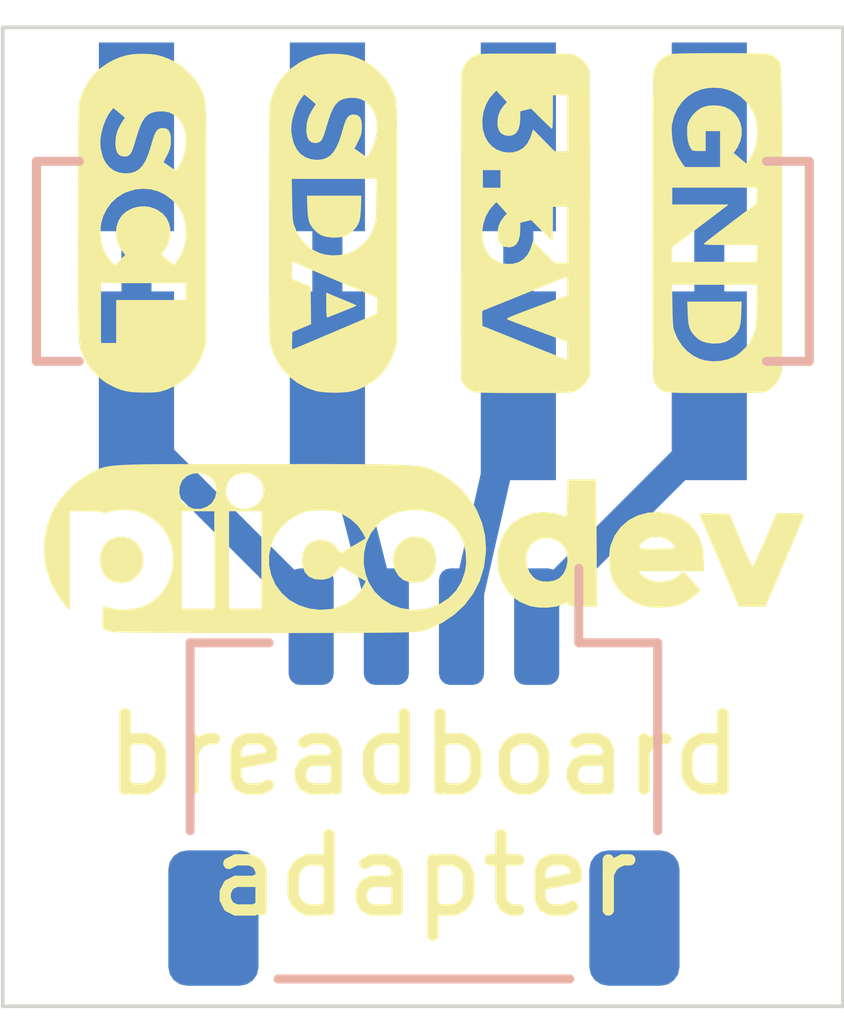
<source format=kicad_pcb>
(kicad_pcb (version 20171130) (host pcbnew "(5.1.8-44-gfd79c7ae46)-1")

  (general
    (thickness 1.6)
    (drawings 5)
    (tracks 15)
    (zones 0)
    (modules 7)
    (nets 5)
  )

  (page A4)
  (layers
    (0 F.Cu signal)
    (31 B.Cu signal)
    (32 B.Adhes user)
    (33 F.Adhes user)
    (34 B.Paste user)
    (35 F.Paste user)
    (36 B.SilkS user)
    (37 F.SilkS user)
    (38 B.Mask user)
    (39 F.Mask user)
    (40 Dwgs.User user)
    (41 Cmts.User user)
    (42 Eco1.User user)
    (43 Eco2.User user)
    (44 Edge.Cuts user)
    (45 Margin user)
    (46 B.CrtYd user)
    (47 F.CrtYd user)
    (48 B.Fab user hide)
    (49 F.Fab user hide)
  )

  (setup
    (last_trace_width 0.25)
    (user_trace_width 0.4)
    (trace_clearance 0.2)
    (zone_clearance 0.508)
    (zone_45_only no)
    (trace_min 0.2)
    (via_size 0.8)
    (via_drill 0.4)
    (via_min_size 0.4)
    (via_min_drill 0.3)
    (uvia_size 0.3)
    (uvia_drill 0.1)
    (uvias_allowed no)
    (uvia_min_size 0.2)
    (uvia_min_drill 0.1)
    (edge_width 0.05)
    (segment_width 0.2)
    (pcb_text_width 0.3)
    (pcb_text_size 1.5 1.5)
    (mod_edge_width 0.12)
    (mod_text_size 1 1)
    (mod_text_width 0.15)
    (pad_size 1.524 1.524)
    (pad_drill 0.762)
    (pad_to_mask_clearance 0)
    (aux_axis_origin 121.158 78.74)
    (grid_origin 121.158 78.74)
    (visible_elements 7FFFFFFF)
    (pcbplotparams
      (layerselection 0x010fc_ffffffff)
      (usegerberextensions false)
      (usegerberattributes false)
      (usegerberadvancedattributes false)
      (creategerberjobfile true)
      (excludeedgelayer true)
      (linewidth 0.100000)
      (plotframeref false)
      (viasonmask false)
      (mode 1)
      (useauxorigin true)
      (hpglpennumber 1)
      (hpglpenspeed 20)
      (hpglpendiameter 15.000000)
      (psnegative false)
      (psa4output false)
      (plotreference false)
      (plotvalue false)
      (plotinvisibletext false)
      (padsonsilk false)
      (subtractmaskfromsilk false)
      (outputformat 1)
      (mirror false)
      (drillshape 0)
      (scaleselection 1)
      (outputdirectory "../Production/"))
  )

  (net 0 "")
  (net 1 /GND)
  (net 2 /3V3)
  (net 3 /SDA)
  (net 4 /SCL)

  (net_class Default "This is the default net class."
    (clearance 0.2)
    (trace_width 0.25)
    (via_dia 0.8)
    (via_drill 0.4)
    (uvia_dia 0.3)
    (uvia_drill 0.1)
    (add_net /3V3)
    (add_net /GND)
    (add_net /SCL)
    (add_net /SDA)
  )

  (module CoreElectronics_Artwork:piicodev_logo_v2_10.2x2.3mm (layer F.Cu) (tedit 0) (tstamp 6023EEA5)
    (at 126.770646 72.644)
    (fp_text reference G*** (at 0 0) (layer F.SilkS) hide
      (effects (font (size 1.524 1.524) (thickness 0.3)))
    )
    (fp_text value LOGO (at 0.75 0) (layer F.SilkS) hide
      (effects (font (size 1.524 1.524) (thickness 0.3)))
    )
    (fp_poly (pts (xy -2.577499 -1.109211) (xy -2.286307 -1.109146) (xy -2.1336 -1.109134) (xy -1.825586 -1.10917)
      (xy -1.54949 -1.109212) (xy -1.303362 -1.109156) (xy -1.085253 -1.1089) (xy -0.893215 -1.108341)
      (xy -0.725298 -1.107378) (xy -0.579554 -1.105907) (xy -0.454034 -1.103827) (xy -0.346788 -1.101034)
      (xy -0.255867 -1.097426) (xy -0.179323 -1.092901) (xy -0.115207 -1.087356) (xy -0.061569 -1.08069)
      (xy -0.01646 -1.072798) (xy 0.022067 -1.06358) (xy 0.055964 -1.052932) (xy 0.087177 -1.040752)
      (xy 0.117658 -1.026938) (xy 0.149353 -1.011387) (xy 0.184213 -0.993997) (xy 0.199522 -0.986482)
      (xy 0.32778 -0.908972) (xy 0.452083 -0.806061) (xy 0.564274 -0.685955) (xy 0.656192 -0.556857)
      (xy 0.692211 -0.491067) (xy 0.7594 -0.327786) (xy 0.797874 -0.166981) (xy 0.809939 0.002459)
      (xy 0.808261 0.067733) (xy 0.782901 0.260015) (xy 0.726966 0.43993) (xy 0.642183 0.605283)
      (xy 0.53028 0.75388) (xy 0.392984 0.883525) (xy 0.232023 0.992024) (xy 0.049125 1.077181)
      (xy 0 1.094625) (xy -0.015509 1.099364) (xy -0.033377 1.103604) (xy -0.055494 1.107375)
      (xy -0.083752 1.110707) (xy -0.120041 1.113633) (xy -0.166252 1.116182) (xy -0.224275 1.118386)
      (xy -0.296001 1.120276) (xy -0.38332 1.121882) (xy -0.488124 1.123235) (xy -0.612303 1.124367)
      (xy -0.757748 1.125307) (xy -0.926348 1.126088) (xy -1.119996 1.12674) (xy -1.340581 1.127293)
      (xy -1.589994 1.12778) (xy -1.870127 1.12823) (xy -2.074334 1.128524) (xy -2.332053 1.128758)
      (xy -2.581291 1.128739) (xy -2.819842 1.128478) (xy -3.045503 1.12799) (xy -3.256067 1.127287)
      (xy -3.449332 1.126382) (xy -3.623091 1.125288) (xy -3.77514 1.124018) (xy -3.903275 1.122584)
      (xy -4.00529 1.121001) (xy -4.078982 1.11928) (xy -4.122145 1.117435) (xy -4.131734 1.116443)
      (xy -4.203057 1.102805) (xy -4.247903 1.090711) (xy -4.272355 1.072758) (xy -4.282501 1.041539)
      (xy -4.284425 0.989652) (xy -4.284134 0.93101) (xy -4.283094 0.863973) (xy -4.280308 0.812024)
      (xy -4.276279 0.782728) (xy -4.27404 0.778933) (xy -4.253529 0.783314) (xy -4.210864 0.794651)
      (xy -4.169048 0.80652) (xy -4.05822 0.825007) (xy -3.933725 0.822988) (xy -3.808225 0.801256)
      (xy -3.738853 0.779517) (xy -3.622646 0.718335) (xy -3.521758 0.630112) (xy -3.43985 0.519605)
      (xy -3.380586 0.39157) (xy -3.351359 0.276259) (xy -3.341748 0.12503) (xy -3.362228 -0.01829)
      (xy -3.410488 -0.150085) (xy -3.484214 -0.266733) (xy -3.581091 -0.364617) (xy -3.698807 -0.440118)
      (xy -3.835049 -0.489618) (xy -3.841129 -0.491067) (xy -3.234267 -0.491067) (xy -3.234267 0.812799)
      (xy -2.794 0.812799) (xy -2.794 -0.491067) (xy -2.607734 -0.491067) (xy -2.607734 0.812799)
      (xy -2.167467 0.812799) (xy -2.167467 0.09882) (xy -2.074557 0.09882) (xy -2.074019 0.233476)
      (xy -2.044941 0.367018) (xy -1.986435 0.495289) (xy -1.904562 0.606511) (xy -1.800389 0.698007)
      (xy -1.676102 0.766753) (xy -1.538203 0.810937) (xy -1.393194 0.828752) (xy -1.247577 0.818385)
      (xy -1.18933 0.805602) (xy -1.055806 0.753957) (xy -0.942756 0.676351) (xy -0.852441 0.57457)
      (xy -0.812979 0.508349) (xy -0.779083 0.441907) (xy -0.951787 0.340672) (xy -1.124492 0.239438)
      (xy -1.15266 0.284819) (xy -1.206161 0.35484) (xy -1.26611 0.396854) (xy -1.341715 0.416604)
      (xy -1.367599 0.418969) (xy -1.463417 0.412144) (xy -1.538501 0.378798) (xy -1.591767 0.319995)
      (xy -1.622131 0.236799) (xy -1.624111 0.215964) (xy -0.815071 0.215964) (xy -0.788709 0.357356)
      (xy -0.746762 0.46479) (xy -0.669503 0.585178) (xy -0.569343 0.683427) (xy -0.450408 0.757803)
      (xy -0.316824 0.806573) (xy -0.172719 0.828002) (xy -0.022218 0.820359) (xy 0.059942 0.803616)
      (xy 0.201326 0.750739) (xy 0.322551 0.672067) (xy 0.421155 0.57059) (xy 0.494677 0.449295)
      (xy 0.540654 0.311171) (xy 0.555373 0.202096) (xy 0.548756 0.049825) (xy 0.512416 -0.089752)
      (xy 0.449007 -0.213878) (xy 0.361182 -0.319794) (xy 0.251594 -0.404744) (xy 0.122897 -0.465968)
      (xy -0.022255 -0.50071) (xy -0.127676 -0.5078) (xy -0.285298 -0.492788) (xy -0.428931 -0.447536)
      (xy -0.556988 -0.372687) (xy -0.638117 -0.301379) (xy -0.7231 -0.190675) (xy -0.781459 -0.063751)
      (xy -0.812385 0.073696) (xy -0.815071 0.215964) (xy -1.624111 0.215964) (xy -1.629204 0.162393)
      (xy -1.616935 0.063831) (xy -1.579514 -0.013712) (xy -1.518946 -0.068084) (xy -1.437234 -0.097133)
      (xy -1.38346 -0.101537) (xy -1.291966 -0.089864) (xy -1.221281 -0.05324) (xy -1.168654 0.008056)
      (xy -1.14273 0.045246) (xy -1.122489 0.066102) (xy -1.118375 0.067733) (xy -1.099177 0.059623)
      (xy -1.057401 0.03764) (xy -0.999525 0.005298) (xy -0.942765 -0.027561) (xy -0.780553 -0.122855)
      (xy -0.820761 -0.202202) (xy -0.885539 -0.296509) (xy -0.976759 -0.381111) (xy -1.087137 -0.449384)
      (xy -1.098635 -0.454912) (xy -1.14545 -0.475163) (xy -1.188429 -0.488216) (xy -1.237253 -0.495605)
      (xy -1.301599 -0.498863) (xy -1.380067 -0.499534) (xy -1.464601 -0.498851) (xy -1.525375 -0.495593)
      (xy -1.572489 -0.487944) (xy -1.616041 -0.47409) (xy -1.666129 -0.452216) (xy -1.680182 -0.445602)
      (xy -1.809043 -0.367761) (xy -1.913797 -0.27024) (xy -1.993559 -0.157197) (xy -2.047442 -0.032791)
      (xy -2.074557 0.09882) (xy -2.167467 0.09882) (xy -2.167467 -0.491067) (xy -2.607734 -0.491067)
      (xy -2.794 -0.491067) (xy -3.234267 -0.491067) (xy -3.841129 -0.491067) (xy -3.842027 -0.491281)
      (xy -3.9184 -0.502168) (xy -4.007741 -0.504605) (xy -4.097883 -0.499216) (xy -4.17666 -0.486626)
      (xy -4.223522 -0.471698) (xy -4.259865 -0.45852) (xy -4.276795 -0.463568) (xy -4.279967 -0.4701)
      (xy -4.294088 -0.479508) (xy -4.331368 -0.485925) (xy -4.395189 -0.489666) (xy -4.48893 -0.491045)
      (xy -4.505678 -0.491067) (xy -4.7244 -0.491067) (xy -4.7244 0.818048) (xy -4.759611 0.786183)
      (xy -4.785268 0.757462) (xy -4.822358 0.709269) (xy -4.864025 0.650636) (xy -4.876026 0.632907)
      (xy -4.967876 0.466024) (xy -5.028916 0.288403) (xy -5.058931 0.103833) (xy -5.057702 -0.083895)
      (xy -5.025013 -0.27099) (xy -4.960647 -0.453663) (xy -4.940709 -0.495925) (xy -4.866113 -0.618765)
      (xy -4.773565 -0.732473) (xy -3.268926 -0.732473) (xy -3.250554 -0.655307) (xy -3.222407 -0.608655)
      (xy -3.149724 -0.54562) (xy -3.066412 -0.513872) (xy -2.976668 -0.514249) (xy -2.8935 -0.542939)
      (xy -2.828506 -0.593665) (xy -2.785343 -0.663431) (xy -2.766249 -0.743651) (xy -2.769409 -0.779634)
      (xy -2.646757 -0.779634) (xy -2.641635 -0.700181) (xy -2.60988 -0.626228) (xy -2.578371 -0.588598)
      (xy -2.500622 -0.532872) (xy -2.418169 -0.510561) (xy -2.329769 -0.521475) (xy -2.275431 -0.542885)
      (xy -2.206718 -0.593179) (xy -2.160728 -0.661968) (xy -2.139724 -0.741304) (xy -2.145971 -0.82324)
      (xy -2.17608 -0.8916) (xy -2.233142 -0.949704) (xy -2.309002 -0.986092) (xy -2.394857 -0.998672)
      (xy -2.481902 -0.985352) (xy -2.515283 -0.972208) (xy -2.582285 -0.923527) (xy -2.626541 -0.856709)
      (xy -2.646757 -0.779634) (xy -2.769409 -0.779634) (xy -2.77346 -0.82574) (xy -2.802613 -0.8916)
      (xy -2.859252 -0.950008) (xy -2.932266 -0.985571) (xy -3.013597 -0.99833) (xy -3.095183 -0.988324)
      (xy -3.168964 -0.955595) (xy -3.226879 -0.900182) (xy -3.234 -0.889432) (xy -3.263569 -0.814403)
      (xy -3.268926 -0.732473) (xy -4.773565 -0.732473) (xy -4.768168 -0.739103) (xy -4.655136 -0.848631)
      (xy -4.53528 -0.939044) (xy -4.453467 -0.985676) (xy -4.416591 -1.004014) (xy -4.383912 -1.020447)
      (xy -4.353476 -1.035081) (xy -4.32333 -1.048017) (xy -4.29152 -1.059362) (xy -4.256093 -1.069218)
      (xy -4.215095 -1.07769) (xy -4.166572 -1.084882) (xy -4.108572 -1.090896) (xy -4.03914 -1.095839)
      (xy -3.956323 -1.099813) (xy -3.858167 -1.102922) (xy -3.742719 -1.10527) (xy -3.608026 -1.106962)
      (xy -3.452133 -1.108102) (xy -3.273088 -1.108792) (xy -3.068936 -1.109138) (xy -2.837724 -1.109243)
      (xy -2.577499 -1.109211)) (layer F.SilkS) (width 0.01))
    (fp_poly (pts (xy 2.281924 -0.0635) (xy 2.286316 0.778933) (xy 2.099891 0.778933) (xy 2.01826 0.778517)
      (xy 1.964657 0.776583) (xy 1.933245 0.772099) (xy 1.918188 0.764036) (xy 1.91365 0.751363)
      (xy 1.913466 0.746018) (xy 1.911808 0.727575) (xy 1.901649 0.722352) (xy 1.875206 0.73064)
      (xy 1.833033 0.749006) (xy 1.73894 0.777672) (xy 1.627508 0.791025) (xy 1.511814 0.78864)
      (xy 1.404935 0.770096) (xy 1.383073 0.763533) (xy 1.264054 0.712906) (xy 1.168371 0.644917)
      (xy 1.090303 0.554299) (xy 1.024124 0.435785) (xy 1.022098 0.431385) (xy 0.981652 0.3068)
      (xy 0.967628 0.174014) (xy 0.969359 0.152824) (xy 1.344915 0.152824) (xy 1.35639 0.244202)
      (xy 1.390082 0.327777) (xy 1.44429 0.395739) (xy 1.493827 0.42999) (xy 1.563004 0.450373)
      (xy 1.64513 0.453156) (xy 1.725678 0.439315) (xy 1.789719 0.410112) (xy 1.848064 0.349143)
      (xy 1.886576 0.268821) (xy 1.903778 0.178252) (xy 1.898194 0.086542) (xy 1.868349 0.002797)
      (xy 1.858409 -0.013611) (xy 1.797559 -0.078142) (xy 1.721135 -0.118742) (xy 1.636547 -0.135276)
      (xy 1.551204 -0.127608) (xy 1.472514 -0.095602) (xy 1.407888 -0.039122) (xy 1.395416 -0.022095)
      (xy 1.357357 0.061455) (xy 1.344915 0.152824) (xy 0.969359 0.152824) (xy 0.978598 0.039748)
      (xy 1.013134 -0.089275) (xy 1.069809 -0.206331) (xy 1.147194 -0.304698) (xy 1.185719 -0.338973)
      (xy 1.304625 -0.412173) (xy 1.437588 -0.456821) (xy 1.579645 -0.472387) (xy 1.725831 -0.458341)
      (xy 1.871186 -0.414153) (xy 1.874906 -0.412599) (xy 1.883499 -0.417563) (xy 1.890008 -0.443008)
      (xy 1.8948 -0.492439) (xy 1.898242 -0.569363) (xy 1.900306 -0.654909) (xy 1.904999 -0.905934)
      (xy 2.277533 -0.905934) (xy 2.281924 -0.0635)) (layer F.SilkS) (width 0.01))
    (fp_poly (pts (xy 3.129888 -0.470715) (xy 3.276822 -0.447183) (xy 3.406064 -0.395485) (xy 3.515997 -0.316682)
      (xy 3.605008 -0.211838) (xy 3.652392 -0.127001) (xy 3.676371 -0.069703) (xy 3.691617 -0.015012)
      (xy 3.700512 0.049008) (xy 3.70544 0.134289) (xy 3.705638 0.1397) (xy 3.711573 0.3048)
      (xy 2.844019 0.3048) (xy 2.871212 0.346301) (xy 2.92566 0.400501) (xy 3.00083 0.436504)
      (xy 3.088775 0.454142) (xy 3.181547 0.453246) (xy 3.2712 0.433647) (xy 3.349784 0.395176)
      (xy 3.393524 0.357401) (xy 3.420998 0.331421) (xy 3.438347 0.321733) (xy 3.454302 0.333618)
      (xy 3.486855 0.365548) (xy 3.530471 0.411935) (xy 3.55804 0.442568) (xy 3.665169 0.563403)
      (xy 3.584682 0.636273) (xy 3.522454 0.683837) (xy 3.44987 0.727047) (xy 3.407331 0.746602)
      (xy 3.310468 0.773176) (xy 3.195283 0.788178) (xy 3.07551 0.790967) (xy 2.964881 0.780902)
      (xy 2.912943 0.769665) (xy 2.783227 0.717683) (xy 2.667629 0.640258) (xy 2.572151 0.542396)
      (xy 2.502793 0.429107) (xy 2.50153 0.426308) (xy 2.475989 0.343999) (xy 2.460882 0.241961)
      (xy 2.456852 0.132885) (xy 2.464542 0.02946) (xy 2.470192 0.002283) (xy 2.844799 0.002283)
      (xy 2.860739 0.007463) (xy 2.90459 0.011838) (xy 2.970399 0.015054) (xy 3.052213 0.016755)
      (xy 3.090333 0.016933) (xy 3.177142 0.015982) (xy 3.250473 0.013365) (xy 3.304373 0.009439)
      (xy 3.33289 0.004558) (xy 3.335866 0.002283) (xy 3.322752 -0.028875) (xy 3.289599 -0.067517)
      (xy 3.245696 -0.104189) (xy 3.211001 -0.124853) (xy 3.125358 -0.1493) (xy 3.037021 -0.146805)
      (xy 2.955259 -0.119221) (xy 2.889338 -0.068397) (xy 2.881509 -0.059036) (xy 2.85682 -0.023816)
      (xy 2.844979 0.000608) (xy 2.844799 0.002283) (xy 2.470192 0.002283) (xy 2.478123 -0.035864)
      (xy 2.532434 -0.165758) (xy 2.612257 -0.275645) (xy 2.714301 -0.363328) (xy 2.835276 -0.426611)
      (xy 2.971888 -0.463298) (xy 3.120847 -0.471192) (xy 3.129888 -0.470715)) (layer F.SilkS) (width 0.01))
    (fp_poly (pts (xy 4.93808 -0.455934) (xy 4.99768 -0.453042) (xy 5.035962 -0.44872) (xy 5.046583 -0.4445)
      (xy 5.040248 -0.426613) (xy 5.021993 -0.381037) (xy 4.993252 -0.311206) (xy 4.955459 -0.220556)
      (xy 4.910046 -0.11252) (xy 4.858447 0.009467) (xy 4.802095 0.141971) (xy 4.788616 0.173566)
      (xy 4.530199 0.778933) (xy 4.180805 0.778933) (xy 4.157635 0.723899) (xy 4.145675 0.695777)
      (xy 4.122059 0.640491) (xy 4.088483 0.562003) (xy 4.046641 0.464272) (xy 3.99823 0.351258)
      (xy 3.944944 0.226924) (xy 3.896032 0.11284) (xy 3.841049 -0.015584) (xy 3.790541 -0.13395)
      (xy 3.746007 -0.238711) (xy 3.708948 -0.326322) (xy 3.680865 -0.393235) (xy 3.663257 -0.435904)
      (xy 3.6576 -0.450731) (xy 3.673418 -0.4533) (xy 3.716449 -0.45467) (xy 3.780059 -0.454747)
      (xy 3.854944 -0.453505) (xy 4.052289 -0.448734) (xy 4.199058 -0.09611) (xy 4.241891 0.005293)
      (xy 4.281115 0.09531) (xy 4.3147 0.169509) (xy 4.340615 0.223458) (xy 4.35683 0.252726)
      (xy 4.360704 0.256721) (xy 4.37134 0.241899) (xy 4.393035 0.200223) (xy 4.42373 0.136062)
      (xy 4.461365 0.053784) (xy 4.503881 -0.042242) (xy 4.528824 -0.099859) (xy 4.682066 -0.456644)
      (xy 4.8641 -0.456922) (xy 4.93808 -0.455934)) (layer F.SilkS) (width 0.01))
    (fp_poly (pts (xy -3.927406 -0.125402) (xy -3.85136 -0.078992) (xy -3.792102 -0.008981) (xy -3.758445 0.07054)
      (xy -3.745874 0.171613) (xy -3.761536 0.264177) (xy -3.801567 0.343912) (xy -3.862105 0.4065)
      (xy -3.939286 0.447622) (xy -4.029248 0.46296) (xy -4.102382 0.455035) (xy -4.184591 0.42595)
      (xy -4.243792 0.377787) (xy -4.283302 0.314984) (xy -4.310802 0.227969) (xy -4.315631 0.135415)
      (xy -4.299537 0.04579) (xy -4.264266 -0.032437) (xy -4.211567 -0.090801) (xy -4.197637 -0.100238)
      (xy -4.106408 -0.138306) (xy -4.014376 -0.145934) (xy -3.927406 -0.125402)) (layer F.SilkS) (width 0.01))
    (fp_poly (pts (xy -0.016711 -0.124848) (xy 0.032036 -0.100238) (xy 0.087857 -0.047905) (xy 0.125827 0.024993)
      (xy 0.145779 0.110329) (xy 0.147546 0.199974) (xy 0.130961 0.285801) (xy 0.095856 0.35968)
      (xy 0.042606 0.41313) (xy -0.028 0.444214) (xy -0.112615 0.459563) (xy -0.189043 0.456747)
      (xy -0.278515 0.425845) (xy -0.347673 0.368608) (xy -0.394589 0.287146) (xy -0.414107 0.210834)
      (xy -0.414953 0.109693) (xy -0.388772 0.020826) (xy -0.340256 -0.052492) (xy -0.2741 -0.106991)
      (xy -0.194994 -0.139398) (xy -0.107634 -0.146441) (xy -0.016711 -0.124848)) (layer F.SilkS) (width 0.01))
  )

  (module CoreElectronics_Components:PinHeader_1x04_P2.54mm_Vertical_SMD_Symmetric (layer B.Cu) (tedit 60236C93) (tstamp 602362DD)
    (at 126.746 68.834 90)
    (descr "surface-mounted straight pin header, 1x04, 2.54mm pitch, single row, style 1 (pin 1 left)")
    (tags "Surface mounted pin header SMD 1x04 2.54mm single row style1 pin1 left")
    (path /60235E1B)
    (attr smd)
    (fp_text reference J1 (at 0 6.14 270) (layer B.Fab) hide
      (effects (font (size 1 1) (thickness 0.15)) (justify mirror))
    )
    (fp_text value Pins (at 0 -6.14 270) (layer B.Fab)
      (effects (font (size 1 1) (thickness 0.15)) (justify mirror))
    )
    (fp_line (start -1.33 5.14) (end 1.33 5.14) (layer B.SilkS) (width 0.12))
    (fp_line (start -1.33 -4.57) (end -1.33 -5.14) (layer B.SilkS) (width 0.12))
    (fp_line (start -3.45 -5.6) (end 3.45 -5.6) (layer B.CrtYd) (width 0.05))
    (fp_line (start 3.45 -5.6) (end 3.45 5.6) (layer B.CrtYd) (width 0.05))
    (fp_line (start -1.33 -5.14) (end 1.33 -5.14) (layer B.SilkS) (width 0.12))
    (fp_line (start 1.33 5.14) (end 1.33 4.57) (layer B.SilkS) (width 0.12))
    (fp_line (start -3.45 5.6) (end -3.45 -5.6) (layer B.CrtYd) (width 0.05))
    (fp_line (start 3.45 5.6) (end -3.45 5.6) (layer B.CrtYd) (width 0.05))
    (fp_line (start -1.27 5.08) (end -1.27 -5.08) (layer B.Fab) (width 0.1))
    (fp_line (start 1.27 -5.08) (end -1.27 -5.08) (layer B.Fab) (width 0.1))
    (fp_line (start 1.27 -0.95) (end 2.54 -0.95) (layer B.Fab) (width 0.1))
    (fp_line (start -2.54 -3.49) (end -2.54 -4.13) (layer B.Fab) (width 0.1))
    (fp_line (start 1.27 4.13) (end 0.32 5.08) (layer B.Fab) (width 0.1))
    (fp_line (start 1.27 4.13) (end 2.54 4.13) (layer B.Fab) (width 0.1))
    (fp_line (start 2.54 4.13) (end 2.54 3.49) (layer B.Fab) (width 0.1))
    (fp_line (start -2.54 0.95) (end -1.27 0.95) (layer B.Fab) (width 0.1))
    (fp_line (start -1.27 -3.49) (end -2.54 -3.49) (layer B.Fab) (width 0.1))
    (fp_line (start -2.54 -4.13) (end -1.27 -4.13) (layer B.Fab) (width 0.1))
    (fp_line (start 1.27 -5.08) (end 1.27 4.13) (layer B.Fab) (width 0.1))
    (fp_line (start -2.54 1.59) (end -2.54 0.95) (layer B.Fab) (width 0.1))
    (fp_line (start -1.27 5.08) (end 0.32 5.08) (layer B.Fab) (width 0.1))
    (fp_line (start 2.54 -0.95) (end 2.54 -1.59) (layer B.Fab) (width 0.1))
    (fp_line (start 2.54 -1.59) (end 1.27 -1.59) (layer B.Fab) (width 0.1))
    (fp_line (start -1.27 1.59) (end -2.54 1.59) (layer B.Fab) (width 0.1))
    (fp_line (start 2.54 3.49) (end 1.27 3.49) (layer B.Fab) (width 0.1))
    (fp_line (start 1.33 -4.57) (end 1.33 -5.14) (layer B.SilkS) (width 0.12))
    (fp_line (start -1.33 5.14) (end -1.33 4.57) (layer B.SilkS) (width 0.12))
    (fp_line (start -1.33 -5.14) (end 1.33 -5.14) (layer B.SilkS) (width 0.12))
    (fp_line (start -1.33 5.14) (end 1.33 5.14) (layer B.SilkS) (width 0.12))
    (fp_line (start 2.54 -4.13) (end 1.27 -4.13) (layer B.Fab) (width 0.1))
    (fp_line (start 2.54 -3.49) (end 2.54 -4.13) (layer B.Fab) (width 0.1))
    (fp_line (start 1.27 -3.49) (end 2.54 -3.49) (layer B.Fab) (width 0.1))
    (fp_line (start 2.54 0.95) (end 1.27 0.95) (layer B.Fab) (width 0.1))
    (fp_line (start 2.54 1.59) (end 2.54 0.95) (layer B.Fab) (width 0.1))
    (fp_line (start 1.27 1.59) (end 2.54 1.59) (layer B.Fab) (width 0.1))
    (fp_line (start -2.54 -1.59) (end -1.27 -1.59) (layer B.Fab) (width 0.1))
    (fp_line (start -2.54 -0.95) (end -2.54 -1.59) (layer B.Fab) (width 0.1))
    (fp_line (start -1.27 -0.95) (end -2.54 -0.95) (layer B.Fab) (width 0.1))
    (fp_line (start -2.54 3.49) (end -1.27 3.49) (layer B.Fab) (width 0.1))
    (fp_line (start -2.54 4.13) (end -2.54 3.49) (layer B.Fab) (width 0.1))
    (fp_line (start -1.27 4.13) (end -2.54 4.13) (layer B.Fab) (width 0.1))
    (fp_line (start 1.27 5.08) (end 1.27 -5.08) (layer B.Fab) (width 0.1))
    (fp_line (start -1.27 4.13) (end -0.32 5.08) (layer B.Fab) (width 0.1))
    (fp_line (start -0.32 5.08) (end 1.27 5.08) (layer B.Fab) (width 0.1))
    (fp_line (start 1.27 -5.08) (end -1.27 -5.08) (layer B.Fab) (width 0.1))
    (fp_text user %R (at 0 0) (layer B.Fab)
      (effects (font (size 1 1) (thickness 0.15)) (justify mirror))
    )
    (pad 3 smd rect (at 1.655 -1.27 90) (size 2.51 1) (layers B.Cu B.Paste B.Mask)
      (net 3 /SDA))
    (pad 1 smd rect (at 1.655 3.81 90) (size 2.51 1) (layers B.Cu B.Paste B.Mask)
      (net 1 /GND))
    (pad 2 smd rect (at -1.655 1.27 90) (size 2.51 1) (layers B.Cu B.Paste B.Mask)
      (net 2 /3V3))
    (pad 4 smd rect (at -1.655 -3.81 90) (size 2.51 1) (layers B.Cu B.Paste B.Mask)
      (net 4 /SCL))
    (pad 4 smd rect (at 1.655 -3.81 90) (size 2.51 1) (layers B.Cu B.Paste B.Mask)
      (net 4 /SCL))
    (pad 2 smd rect (at 1.655 1.27 90) (size 2.51 1) (layers B.Cu B.Paste B.Mask)
      (net 2 /3V3))
    (pad 3 smd rect (at -1.655 -1.27 90) (size 2.51 1) (layers B.Cu B.Paste B.Mask)
      (net 3 /SDA))
    (pad 1 smd rect (at -1.655 3.81 90) (size 2.51 1) (layers B.Cu B.Paste B.Mask)
      (net 1 /GND))
    (model ${KISYS3DMOD}/Connector_PinHeader_2.54mm.3dshapes/PinHeader_1x04_P2.54mm_Vertical_SMD_Pin1Left.wrl
      (at (xyz 0 0 0))
      (scale (xyz 1 1 1))
      (rotate (xyz 0 0 0))
    )
  )

  (module CoreElectronics_Artwork:pin-label_SDA (layer F.Cu) (tedit 5FA1DBE6) (tstamp 6023E9D2)
    (at 125.476 68.326 270)
    (fp_text reference G*** (at 0 0 90) (layer F.Fab) hide
      (effects (font (size 1.524 1.524) (thickness 0.3)))
    )
    (fp_text value LOGO (at 0.75 0 90) (layer F.Fab) hide
      (effects (font (size 1.524 1.524) (thickness 0.3)))
    )
    (fp_poly (pts (xy -0.47926 -0.926536) (xy -0.289281 -0.92648) (xy -0.079595 -0.926433) (xy 0.005294 -0.926428)
      (xy 1.582868 -0.926428) (xy 1.665362 -0.902517) (xy 1.791704 -0.855823) (xy 1.905121 -0.793182)
      (xy 2.004624 -0.715563) (xy 2.089221 -0.623939) (xy 2.157921 -0.519279) (xy 2.209733 -0.402554)
      (xy 2.22508 -0.354213) (xy 2.237898 -0.292031) (xy 2.246288 -0.215235) (xy 2.25024 -0.129919)
      (xy 2.249747 -0.042177) (xy 2.244798 0.041897) (xy 2.235385 0.116208) (xy 2.225837 0.160252)
      (xy 2.181333 0.284518) (xy 2.119372 0.398409) (xy 2.041551 0.500353) (xy 1.949463 0.588776)
      (xy 1.844704 0.662106) (xy 1.728867 0.718769) (xy 1.626172 0.751834) (xy 1.614292 0.754715)
      (xy 1.601964 0.757319) (xy 1.588123 0.759661) (xy 1.571699 0.761755) (xy 1.551627 0.763613)
      (xy 1.526837 0.765249) (xy 1.496264 0.766676) (xy 1.458839 0.767909) (xy 1.413496 0.768959)
      (xy 1.359166 0.769841) (xy 1.294782 0.770569) (xy 1.219277 0.771154) (xy 1.131583 0.771612)
      (xy 1.030633 0.771955) (xy 0.915359 0.772197) (xy 0.784694 0.772351) (xy 0.637571 0.77243)
      (xy 0.472922 0.772448) (xy 0.28968 0.772419) (xy 0.086777 0.772356) (xy -0.00434 0.772322)
      (xy -0.215926 0.772235) (xy -0.407401 0.772132) (xy -0.579829 0.771999) (xy -0.734274 0.771823)
      (xy -0.871801 0.771589) (xy -0.993475 0.771284) (xy -1.100359 0.770893) (xy -1.193518 0.770405)
      (xy -1.274016 0.769803) (xy -1.342917 0.769075) (xy -1.401287 0.768207) (xy -1.450189 0.767185)
      (xy -1.490688 0.765994) (xy -1.523847 0.764623) (xy -1.550732 0.763056) (xy -1.572406 0.761279)
      (xy -1.589935 0.75928) (xy -1.604382 0.757044) (xy -1.616811 0.754557) (xy -1.628288 0.751806)
      (xy -1.630513 0.751235) (xy -1.754 0.708731) (xy -1.867115 0.648186) (xy -1.968466 0.570735)
      (xy -2.056665 0.477511) (xy -2.13032 0.369651) (xy -2.155268 0.322926) (xy -2.162486 0.306901)
      (xy -1.716562 0.306901) (xy -1.686772 0.333016) (xy -1.627381 0.375546) (xy -1.552669 0.41414)
      (xy -1.468447 0.446254) (xy -1.380523 0.469346) (xy -1.371113 0.471181) (xy -1.310656 0.481157)
      (xy -1.261229 0.48523) (xy -1.213583 0.483595) (xy -1.174351 0.478506) (xy -0.592914 0.478506)
      (xy -0.314985 0.473848) (xy -0.22548 0.472112) (xy -0.154326 0.470115) (xy -0.098702 0.467661)
      (xy -0.080332 0.466332) (xy 0.509858 0.466332) (xy 0.518215 0.471353) (xy 0.546941 0.474157)
      (xy 0.595344 0.474696) (xy 0.62455 0.474158) (xy 0.74289 0.471154) (xy 0.843488 0.227636)
      (xy 1.092509 0.224801) (xy 1.34153 0.221967) (xy 1.393731 0.34656) (xy 1.445933 0.471154)
      (xy 1.566021 0.474161) (xy 1.61783 0.475218) (xy 1.651881 0.47498) (xy 1.671578 0.472975)
      (xy 1.680321 0.468733) (xy 1.681514 0.461782) (xy 1.68068 0.458279) (xy 1.675612 0.445231)
      (xy 1.663001 0.414542) (xy 1.643619 0.368044) (xy 1.618239 0.307572) (xy 1.587633 0.234957)
      (xy 1.552572 0.152034) (xy 1.513829 0.060635) (xy 1.472176 -0.037406) (xy 1.445288 -0.100584)
      (xy 1.402265 -0.201618) (xy 1.361674 -0.29697) (xy 1.324284 -0.384832) (xy 1.290863 -0.463392)
      (xy 1.262182 -0.530844) (xy 1.239009 -0.585376) (xy 1.222114 -0.62518) (xy 1.212267 -0.648447)
      (xy 1.210031 -0.653793) (xy 1.199456 -0.660485) (xy 1.172809 -0.664689) (xy 1.128096 -0.666637)
      (xy 1.097346 -0.666835) (xy 0.989954 -0.666642) (xy 0.75173 -0.105569) (xy 0.708035 -0.002619)
      (xy 0.666806 0.094594) (xy 0.628788 0.184309) (xy 0.594727 0.264761) (xy 0.565369 0.334186)
      (xy 0.541461 0.39082) (xy 0.523747 0.4329) (xy 0.512975 0.458662) (xy 0.509858 0.466332)
      (xy -0.080332 0.466332) (xy -0.055782 0.464556) (xy -0.022745 0.460603) (xy 0.003233 0.455609)
      (xy 0.021176 0.450623) (xy 0.124914 0.407862) (xy 0.216452 0.350425) (xy 0.294106 0.280059)
      (xy 0.356196 0.198511) (xy 0.40104 0.107527) (xy 0.422397 0.033889) (xy 0.433986 -0.06733)
      (xy 0.428456 -0.171212) (xy 0.406574 -0.271635) (xy 0.373855 -0.353363) (xy 0.343977 -0.400634)
      (xy 0.301707 -0.452469) (xy 0.252864 -0.502618) (xy 0.203263 -0.544836) (xy 0.181198 -0.560254)
      (xy 0.146882 -0.579063) (xy 0.101388 -0.599892) (xy 0.053805 -0.618621) (xy 0.047645 -0.620789)
      (xy 0.021324 -0.629668) (xy -0.002216 -0.636596) (xy -0.026122 -0.641863) (xy -0.053543 -0.64576)
      (xy -0.087628 -0.648578) (xy -0.131525 -0.650608) (xy -0.188383 -0.652141) (xy -0.26135 -0.653468)
      (xy -0.314985 -0.654298) (xy -0.592914 -0.658498) (xy -0.592914 0.478506) (xy -1.174351 0.478506)
      (xy -1.158469 0.476446) (xy -1.154064 0.47574) (xy -1.061881 0.452379) (xy -0.984166 0.415023)
      (xy -0.921844 0.364649) (xy -0.875837 0.302236) (xy -0.847071 0.228762) (xy -0.83647 0.145204)
      (xy -0.836432 0.139594) (xy -0.842414 0.071603) (xy -0.861255 0.012371) (xy -0.894294 -0.039305)
      (xy -0.942871 -0.084624) (xy -1.008325 -0.124787) (xy -1.091998 -0.160996) (xy -1.195228 -0.194451)
      (xy -1.215475 -0.200131) (xy -1.29091 -0.222064) (xy -1.347884 -0.241919) (xy -1.388788 -0.261312)
      (xy -1.416013 -0.281856) (xy -1.431949 -0.305164) (xy -1.438986 -0.332849) (xy -1.439933 -0.351638)
      (xy -1.43284 -0.394077) (xy -1.410845 -0.424799) (xy -1.372873 -0.444418) (xy -1.317849 -0.453546)
      (xy -1.261198 -0.453726) (xy -1.218836 -0.450822) (xy -1.184871 -0.44512) (xy -1.151846 -0.434459)
      (xy -1.112302 -0.416674) (xy -1.083038 -0.402037) (xy -0.989036 -0.354171) (xy -0.929494 -0.439877)
      (xy -0.869951 -0.525583) (xy -0.922221 -0.559802) (xy -1.005071 -0.604186) (xy -1.097958 -0.637194)
      (xy -1.194725 -0.657434) (xy -1.289213 -0.663516) (xy -1.355898 -0.657782) (xy -1.436106 -0.639117)
      (xy -1.50243 -0.610689) (xy -1.560997 -0.569654) (xy -1.577332 -0.555058) (xy -1.625928 -0.49904)
      (xy -1.656413 -0.43729) (xy -1.670129 -0.36623) (xy -1.67036 -0.307045) (xy -1.663221 -0.245745)
      (xy -1.648185 -0.193765) (xy -1.623325 -0.149445) (xy -1.586715 -0.111126) (xy -1.536428 -0.077148)
      (xy -1.470538 -0.045852) (xy -1.387119 -0.015577) (xy -1.301936 0.010322) (xy -1.226239 0.032713)
      (xy -1.168752 0.051956) (xy -1.127045 0.06964) (xy -1.098687 0.087356) (xy -1.081251 0.106696)
      (xy -1.072307 0.12925) (xy -1.069425 0.156609) (xy -1.069362 0.16262) (xy -1.077734 0.207239)
      (xy -1.103106 0.240463) (xy -1.145867 0.262534) (xy -1.206402 0.2737) (xy -1.24717 0.275281)
      (xy -1.33466 0.268092) (xy -1.41504 0.245237) (xy -1.494463 0.204785) (xy -1.516198 0.190825)
      (xy -1.547595 0.170085) (xy -1.571186 0.154929) (xy -1.582365 0.148309) (xy -1.58265 0.148228)
      (xy -1.590072 0.15583) (xy -1.607886 0.176286) (xy -1.633062 0.206075) (xy -1.650938 0.227564)
      (xy -1.716562 0.306901) (xy -2.162486 0.306901) (xy -2.194395 0.236065) (xy -2.221421 0.155292)
      (xy -2.238014 0.073297) (xy -2.24584 -0.017233) (xy -2.247022 -0.079408) (xy -2.243818 -0.177129)
      (xy -2.233024 -0.262117) (xy -2.212871 -0.342002) (xy -2.181588 -0.424411) (xy -2.15244 -0.487036)
      (xy -2.129427 -0.531633) (xy -2.107211 -0.568447) (xy -2.081836 -0.602725) (xy -2.049345 -0.639718)
      (xy -2.005782 -0.684676) (xy -1.99642 -0.694058) (xy -1.948366 -0.740943) (xy -1.909318 -0.775768)
      (xy -1.87428 -0.802355) (xy -1.838252 -0.824526) (xy -1.799916 -0.844318) (xy -1.778108 -0.85523)
      (xy -1.758928 -0.865137) (xy -1.741313 -0.874085) (xy -1.7242 -0.882124) (xy -1.706523 -0.889302)
      (xy -1.687221 -0.895668) (xy -1.665229 -0.901269) (xy -1.639483 -0.906154) (xy -1.60892 -0.910372)
      (xy -1.572477 -0.913971) (xy -1.529089 -0.916999) (xy -1.477693 -0.919505) (xy -1.417225 -0.921537)
      (xy -1.346622 -0.923144) (xy -1.264819 -0.924373) (xy -1.170754 -0.925273) (xy -1.063363 -0.925893)
      (xy -0.941581 -0.926281) (xy -0.804346 -0.926485) (xy -0.650593 -0.926554) (xy -0.47926 -0.926536)) (layer F.SilkS) (width 0.01))
    (fp_poly (pts (xy -0.214402 -0.442032) (xy -0.135571 -0.43797) (xy -0.073713 -0.431063) (xy -0.024679 -0.419985)
      (xy 0.015679 -0.403412) (xy 0.05151 -0.380021) (xy 0.086961 -0.348486) (xy 0.090925 -0.344554)
      (xy 0.137834 -0.28912) (xy 0.168661 -0.230657) (xy 0.185093 -0.164386) (xy 0.188815 -0.085526)
      (xy 0.188229 -0.068821) (xy 0.17924 0.010221) (xy 0.158887 0.075016) (xy 0.125049 0.130372)
      (xy 0.079322 0.177855) (xy 0.043092 0.206573) (xy 0.006216 0.227825) (xy -0.035579 0.242833)
      (xy -0.086563 0.252823) (xy -0.151008 0.259018) (xy -0.214402 0.26204) (xy -0.359983 0.267096)
      (xy -0.359983 -0.447089) (xy -0.214402 -0.442032)) (layer F.SilkS) (width 0.01))
    (fp_poly (pts (xy 1.101599 -0.367808) (xy 1.113172 -0.340829) (xy 1.129461 -0.301658) (xy 1.148956 -0.254051)
      (xy 1.170143 -0.201765) (xy 1.191511 -0.148557) (xy 1.211546 -0.098184) (xy 1.228738 -0.054403)
      (xy 1.241572 -0.02097) (xy 1.248537 -0.001642) (xy 1.249354 0.001469) (xy 1.239377 0.004641)
      (xy 1.211884 0.007333) (xy 1.170533 0.009336) (xy 1.118981 0.010439) (xy 1.090396 0.010588)
      (xy 0.931438 0.010588) (xy 0.945612 -0.023823) (xy 0.98584 -0.121353) (xy 1.018712 -0.200741)
      (xy 1.04485 -0.263457) (xy 1.064879 -0.31097) (xy 1.079423 -0.344753) (xy 1.089106 -0.366275)
      (xy 1.094552 -0.377007) (xy 1.096257 -0.378838) (xy 1.101599 -0.367808)) (layer F.SilkS) (width 0.01))
  )

  (module CoreElectronics_Artwork:pin-label_SCL (layer F.Cu) (tedit 5FA1DBDB) (tstamp 6023E826)
    (at 122.936 68.326 270)
    (fp_text reference G*** (at 0 0 90) (layer F.Fab) hide
      (effects (font (size 1.524 1.524) (thickness 0.3)))
    )
    (fp_text value LOGO (at 0.75 0 90) (layer F.Fab) hide
      (effects (font (size 1.524 1.524) (thickness 0.3)))
    )
    (fp_poly (pts (xy -0.47926 -0.926536) (xy -0.289281 -0.92648) (xy -0.079595 -0.926433) (xy 0.005294 -0.926428)
      (xy 1.582868 -0.926428) (xy 1.665362 -0.902517) (xy 1.791704 -0.855823) (xy 1.905121 -0.793182)
      (xy 2.004624 -0.715563) (xy 2.089221 -0.623939) (xy 2.157921 -0.519279) (xy 2.209733 -0.402554)
      (xy 2.22508 -0.354213) (xy 2.234403 -0.318639) (xy 2.24096 -0.284973) (xy 2.245194 -0.248315)
      (xy 2.247548 -0.203768) (xy 2.248465 -0.146431) (xy 2.248486 -0.09529) (xy 2.246665 -0.002831)
      (xy 2.241051 0.074011) (xy 2.23046 0.140635) (xy 2.213709 0.202438) (xy 2.189613 0.264819)
      (xy 2.156988 0.333174) (xy 2.152614 0.341705) (xy 2.125068 0.391673) (xy 2.096695 0.434369)
      (xy 2.062671 0.476177) (xy 2.018173 0.523475) (xy 2.00574 0.536011) (xy 1.95933 0.581095)
      (xy 1.920629 0.61464) (xy 1.883545 0.64117) (xy 1.841988 0.66521) (xy 1.809581 0.681698)
      (xy 1.785468 0.693845) (xy 1.764111 0.70487) (xy 1.744433 0.714826) (xy 1.725357 0.723767)
      (xy 1.705806 0.731747) (xy 1.684702 0.738819) (xy 1.660969 0.745037) (xy 1.63353 0.750455)
      (xy 1.601306 0.755128) (xy 1.563222 0.759108) (xy 1.5182 0.76245) (xy 1.465163 0.765207)
      (xy 1.403034 0.767434) (xy 1.330736 0.769183) (xy 1.247191 0.770509) (xy 1.151323 0.771466)
      (xy 1.042054 0.772107) (xy 0.918307 0.772487) (xy 0.779006 0.772659) (xy 0.623072 0.772676)
      (xy 0.44943 0.772594) (xy 0.257001 0.772464) (xy 0.044709 0.772343) (xy -0.00434 0.772322)
      (xy -0.215926 0.772235) (xy -0.407401 0.772132) (xy -0.579829 0.771999) (xy -0.734274 0.771823)
      (xy -0.871801 0.771589) (xy -0.993475 0.771284) (xy -1.100359 0.770893) (xy -1.193518 0.770405)
      (xy -1.274016 0.769803) (xy -1.342917 0.769075) (xy -1.401287 0.768207) (xy -1.450189 0.767185)
      (xy -1.490688 0.765994) (xy -1.523847 0.764623) (xy -1.550732 0.763056) (xy -1.572406 0.761279)
      (xy -1.589935 0.75928) (xy -1.604382 0.757044) (xy -1.616811 0.754557) (xy -1.628288 0.751806)
      (xy -1.630513 0.751235) (xy -1.754 0.708731) (xy -1.867115 0.648186) (xy -1.968466 0.570735)
      (xy -2.056665 0.477511) (xy -2.13032 0.369651) (xy -2.155268 0.322926) (xy -2.162486 0.306901)
      (xy -1.536571 0.306901) (xy -1.50678 0.333016) (xy -1.447389 0.375546) (xy -1.372678 0.41414)
      (xy -1.288455 0.446254) (xy -1.200532 0.469346) (xy -1.191121 0.471181) (xy -1.130664 0.481157)
      (xy -1.081237 0.48523) (xy -1.033591 0.483595) (xy -0.978477 0.476446) (xy -0.974072 0.47574)
      (xy -0.881889 0.452379) (xy -0.804175 0.415023) (xy -0.741852 0.364649) (xy -0.695846 0.302236)
      (xy -0.66708 0.228762) (xy -0.656478 0.145204) (xy -0.65644 0.139594) (xy -0.662422 0.071603)
      (xy -0.681263 0.012371) (xy -0.714302 -0.039305) (xy -0.762879 -0.084624) (xy -0.764645 -0.085708)
      (xy -0.462048 -0.085708) (xy -0.450462 0.020628) (xy -0.419058 0.126659) (xy -0.396872 0.176813)
      (xy -0.343146 0.262578) (xy -0.272919 0.337399) (xy -0.18892 0.399196) (xy -0.093881 0.445888)
      (xy -0.010588 0.471227) (xy 0.062354 0.481112) (xy 0.14524 0.481686) (xy 0.229216 0.473379)
      (xy 0.305426 0.456625) (xy 0.308522 0.455682) (xy 0.37074 0.430869) (xy 0.43514 0.395776)
      (xy 0.493736 0.355245) (xy 0.534293 0.31878) (xy 0.565668 0.285289) (xy 0.495186 0.214806)
      (xy 0.424703 0.144323) (xy 0.361172 0.188887) (xy 0.2985 0.228037) (xy 0.240517 0.252478)
      (xy 0.179697 0.264799) (xy 0.132347 0.267583) (xy 0.044739 0.259657) (xy -0.032617 0.233584)
      (xy -0.098494 0.190372) (xy -0.151664 0.131031) (xy -0.190902 0.056568) (xy -0.211889 -0.01541)
      (xy -0.219435 -0.103148) (xy -0.207129 -0.189305) (xy -0.175961 -0.270209) (xy -0.126922 -0.342188)
      (xy -0.122302 -0.347401) (xy -0.064253 -0.39661) (xy 0.004136 -0.429607) (xy 0.079537 -0.446351)
      (xy 0.158623 -0.446804) (xy 0.238066 -0.430928) (xy 0.31454 -0.398683) (xy 0.380925 -0.353262)
      (xy 0.415473 -0.324191) (xy 0.443314 -0.357127) (xy 0.465559 -0.383343) (xy 0.494373 -0.417173)
      (xy 0.516622 -0.443226) (xy 0.562089 -0.49639) (xy 0.508736 -0.538563) (xy 0.427315 -0.592942)
      (xy 0.34021 -0.630742) (xy 0.243906 -0.653076) (xy 0.197954 -0.65644) (xy 0.794081 -0.65644)
      (xy 0.794081 0.476448) (xy 1.59875 0.476448) (xy 1.59875 0.264693) (xy 1.027011 0.264693)
      (xy 1.027011 -0.65644) (xy 0.794081 -0.65644) (xy 0.197954 -0.65644) (xy 0.134886 -0.661057)
      (xy 0.121759 -0.661106) (xy 0.008711 -0.652236) (xy -0.093185 -0.625762) (xy -0.185515 -0.580997)
      (xy -0.269866 -0.517254) (xy -0.315555 -0.471538) (xy -0.38057 -0.385262) (xy -0.426835 -0.29078)
      (xy -0.454083 -0.190219) (xy -0.462048 -0.085708) (xy -0.764645 -0.085708) (xy -0.828334 -0.124787)
      (xy -0.912006 -0.160996) (xy -1.015237 -0.194451) (xy -1.035483 -0.200131) (xy -1.110918 -0.222064)
      (xy -1.167892 -0.241919) (xy -1.208796 -0.261312) (xy -1.236021 -0.281856) (xy -1.251957 -0.305164)
      (xy -1.258995 -0.332849) (xy -1.259941 -0.351638) (xy -1.252849 -0.394077) (xy -1.230853 -0.424799)
      (xy -1.192881 -0.444418) (xy -1.137857 -0.453546) (xy -1.081206 -0.453726) (xy -1.038845 -0.450822)
      (xy -1.00488 -0.44512) (xy -0.971854 -0.434459) (xy -0.93231 -0.416674) (xy -0.903047 -0.402037)
      (xy -0.809044 -0.354171) (xy -0.68996 -0.525583) (xy -0.74223 -0.559802) (xy -0.825079 -0.604186)
      (xy -0.917967 -0.637194) (xy -1.014734 -0.657434) (xy -1.109221 -0.663516) (xy -1.175906 -0.657782)
      (xy -1.256114 -0.639117) (xy -1.322438 -0.610689) (xy -1.381005 -0.569654) (xy -1.397341 -0.555058)
      (xy -1.445936 -0.49904) (xy -1.476421 -0.43729) (xy -1.490137 -0.36623) (xy -1.490368 -0.307045)
      (xy -1.483229 -0.245745) (xy -1.468193 -0.193765) (xy -1.443333 -0.149445) (xy -1.406723 -0.111126)
      (xy -1.356437 -0.077148) (xy -1.290547 -0.045852) (xy -1.207127 -0.015577) (xy -1.121944 0.010322)
      (xy -1.046248 0.032713) (xy -0.988761 0.051956) (xy -0.947053 0.06964) (xy -0.918696 0.087356)
      (xy -0.901259 0.106696) (xy -0.892315 0.12925) (xy -0.889433 0.156609) (xy -0.88937 0.16262)
      (xy -0.897742 0.207239) (xy -0.923114 0.240463) (xy -0.965875 0.262534) (xy -1.02641 0.2737)
      (xy -1.067179 0.275281) (xy -1.154668 0.268092) (xy -1.235048 0.245237) (xy -1.314471 0.204785)
      (xy -1.336207 0.190825) (xy -1.367603 0.170085) (xy -1.391194 0.154929) (xy -1.402373 0.148309)
      (xy -1.402658 0.148228) (xy -1.41008 0.15583) (xy -1.427895 0.176286) (xy -1.45307 0.206075)
      (xy -1.470946 0.227564) (xy -1.536571 0.306901) (xy -2.162486 0.306901) (xy -2.194395 0.236065)
      (xy -2.221421 0.155292) (xy -2.238014 0.073297) (xy -2.24584 -0.017233) (xy -2.247022 -0.079408)
      (xy -2.243818 -0.177129) (xy -2.233024 -0.262117) (xy -2.212871 -0.342002) (xy -2.181588 -0.424411)
      (xy -2.15244 -0.487036) (xy -2.129427 -0.531633) (xy -2.107211 -0.568447) (xy -2.081836 -0.602725)
      (xy -2.049345 -0.639718) (xy -2.005782 -0.684676) (xy -1.99642 -0.694058) (xy -1.948366 -0.740943)
      (xy -1.909318 -0.775768) (xy -1.87428 -0.802355) (xy -1.838252 -0.824526) (xy -1.799916 -0.844318)
      (xy -1.778108 -0.85523) (xy -1.758928 -0.865137) (xy -1.741313 -0.874085) (xy -1.7242 -0.882124)
      (xy -1.706523 -0.889302) (xy -1.687221 -0.895668) (xy -1.665229 -0.901269) (xy -1.639483 -0.906154)
      (xy -1.60892 -0.910372) (xy -1.572477 -0.913971) (xy -1.529089 -0.916999) (xy -1.477693 -0.919505)
      (xy -1.417225 -0.921537) (xy -1.346622 -0.923144) (xy -1.264819 -0.924373) (xy -1.170754 -0.925273)
      (xy -1.063363 -0.925893) (xy -0.941581 -0.926281) (xy -0.804346 -0.926485) (xy -0.650593 -0.926554)
      (xy -0.47926 -0.926536)) (layer F.SilkS) (width 0.01))
  )

  (module CoreElectronics_Artwork:pin-label_GND (layer F.Cu) (tedit 5FA1DBCE) (tstamp 6023E7A1)
    (at 130.556 68.326 270)
    (fp_text reference G*** (at 0 0 90) (layer F.Fab) hide
      (effects (font (size 1.524 1.524) (thickness 0.3)))
    )
    (fp_text value LOGO (at 0.75 0 90) (layer F.Fab) hide
      (effects (font (size 1.524 1.524) (thickness 0.3)))
    )
    (fp_poly (pts (xy -0.488417 -0.963527) (xy -0.260206 -0.963498) (xy -0.030784 -0.963484) (xy 1.978024 -0.963484)
      (xy 2.039846 -0.940124) (xy 2.092537 -0.913272) (xy 2.143907 -0.874957) (xy 2.189255 -0.829836)
      (xy 2.223881 -0.782564) (xy 2.242768 -0.7391) (xy 2.245741 -0.719159) (xy 2.248276 -0.684344)
      (xy 2.250388 -0.633785) (xy 2.252094 -0.566612) (xy 2.25341 -0.481956) (xy 2.254352 -0.378947)
      (xy 2.254937 -0.256716) (xy 2.25518 -0.114393) (xy 2.25519 -0.076641) (xy 2.255175 0.061069)
      (xy 2.255018 0.179271) (xy 2.254547 0.279633) (xy 2.253593 0.363823) (xy 2.251985 0.43351)
      (xy 2.249553 0.49036) (xy 2.246126 0.536043) (xy 2.241534 0.572225) (xy 2.235606 0.600574)
      (xy 2.228173 0.622759) (xy 2.219063 0.640448) (xy 2.208107 0.655307) (xy 2.195134 0.669006)
      (xy 2.179973 0.683212) (xy 2.177317 0.685658) (xy 2.132639 0.719197) (xy 2.084566 0.738003)
      (xy 2.076226 0.739933) (xy 2.061728 0.741504) (xy 2.033177 0.742946) (xy 1.990079 0.74426)
      (xy 1.931943 0.745449) (xy 1.858278 0.746517) (xy 1.768592 0.747465) (xy 1.662392 0.748296)
      (xy 1.539188 0.749014) (xy 1.398488 0.74962) (xy 1.239799 0.750118) (xy 1.062631 0.750509)
      (xy 0.86649 0.750798) (xy 0.650887 0.750985) (xy 0.415328 0.751075) (xy 0.159323 0.751069)
      (xy 0.028595 0.751033) (xy -0.216866 0.75093) (xy -0.442028 0.750794) (xy -0.647766 0.750619)
      (xy -0.834956 0.750398) (xy -1.004473 0.750124) (xy -1.157194 0.74979) (xy -1.293995 0.74939)
      (xy -1.41575 0.748915) (xy -1.523337 0.748361) (xy -1.61763 0.747719) (xy -1.699505 0.746983)
      (xy -1.769839 0.746145) (xy -1.829507 0.7452) (xy -1.879385 0.74414) (xy -1.920349 0.742958)
      (xy -1.953274 0.741648) (xy -1.979036 0.740202) (xy -1.998512 0.738614) (xy -2.012576 0.736877)
      (xy -2.022105 0.734984) (xy -2.022259 0.734944) (xy -2.095289 0.705484) (xy -2.157294 0.660011)
      (xy -2.205551 0.601315) (xy -2.23734 0.532186) (xy -2.243687 0.507863) (xy -2.246547 0.483098)
      (xy -2.249011 0.437557) (xy -2.251073 0.371638) (xy -2.252726 0.285736) (xy -2.253962 0.180248)
      (xy -2.254775 0.05557) (xy -2.255125 -0.075691) (xy -1.805215 -0.075691) (xy -1.800726 0.017485)
      (xy -1.783633 0.104162) (xy -1.7814 0.111611) (xy -1.740376 0.209589) (xy -1.682384 0.296063)
      (xy -1.609015 0.369725) (xy -1.521861 0.429263) (xy -1.422515 0.473368) (xy -1.312569 0.500729)
      (xy -1.307586 0.501517) (xy -1.265716 0.504444) (xy -1.210665 0.503478) (xy -1.15716 0.499682)
      (xy 0.815257 0.499682) (xy 1.093185 0.495024) (xy 1.18269 0.493288) (xy 1.253844 0.491291)
      (xy 1.309468 0.488837) (xy 1.352388 0.485732) (xy 1.385425 0.481779) (xy 1.411403 0.476785)
      (xy 1.429346 0.471799) (xy 1.533084 0.429038) (xy 1.624622 0.371601) (xy 1.702276 0.301235)
      (xy 1.764366 0.219687) (xy 1.80921 0.128703) (xy 1.830567 0.055065) (xy 1.842156 -0.046154)
      (xy 1.836626 -0.150036) (xy 1.814744 -0.250459) (xy 1.782025 -0.332187) (xy 1.752147 -0.379458)
      (xy 1.709877 -0.431293) (xy 1.661034 -0.481442) (xy 1.611433 -0.52366) (xy 1.589368 -0.539078)
      (xy 1.555052 -0.557887) (xy 1.509558 -0.578716) (xy 1.461975 -0.597445) (xy 1.455815 -0.599613)
      (xy 1.429494 -0.608492) (xy 1.405954 -0.61542) (xy 1.382048 -0.620687) (xy 1.354627 -0.624584)
      (xy 1.320542 -0.627402) (xy 1.276645 -0.629432) (xy 1.219787 -0.630965) (xy 1.14682 -0.632292)
      (xy 1.093185 -0.633122) (xy 0.815257 -0.637322) (xy 0.815257 0.499682) (xy -1.15716 0.499682)
      (xy -1.149957 0.499171) (xy -1.137122 0.497624) (xy -0.476448 0.497624) (xy -0.243518 0.497624)
      (xy -0.243518 -0.246002) (xy 0.038518 0.125811) (xy 0.320553 0.497624) (xy 0.5188 0.497624)
      (xy 0.5188 -0.635264) (xy 0.285869 -0.635264) (xy 0.285869 -0.278306) (xy 0.28578 -0.181385)
      (xy 0.285453 -0.103722) (xy 0.284802 -0.043397) (xy 0.283741 0.001506) (xy 0.282184 0.032906)
      (xy 0.280043 0.05272) (xy 0.277232 0.062867) (xy 0.273664 0.065264) (xy 0.270458 0.063149)
      (xy 0.260834 0.051535) (xy 0.239876 0.024939) (xy 0.209043 -0.014745) (xy 0.169795 -0.065625)
      (xy 0.12359 -0.125808) (xy 0.071886 -0.193401) (xy 0.016144 -0.266511) (xy -0.002613 -0.291163)
      (xy -0.260274 -0.629971) (xy -0.476448 -0.636005) (xy -0.476448 0.497624) (xy -1.137122 0.497624)
      (xy -1.091114 0.492079) (xy -1.04166 0.482756) (xy -1.036995 0.481586) (xy -0.955447 0.453779)
      (xy -0.871272 0.413376) (xy -0.794119 0.365035) (xy -0.791434 0.363088) (xy -0.741142 0.326417)
      (xy -0.741142 -0.148228) (xy -1.228178 -0.148228) (xy -1.228178 0.052939) (xy -0.963485 0.052939)
      (xy -0.963485 0.137397) (xy -0.964073 0.180387) (xy -0.966667 0.207414) (xy -0.972514 0.223677)
      (xy -0.982857 0.234375) (xy -0.98748 0.237577) (xy -1.040746 0.264994) (xy -1.102892 0.281979)
      (xy -1.178557 0.289646) (xy -1.207003 0.290319) (xy -1.257022 0.290042) (xy -1.292918 0.287375)
      (xy -1.321714 0.281063) (xy -1.350431 0.269848) (xy -1.367964 0.261514) (xy -1.428181 0.222814)
      (xy -1.48173 0.171264) (xy -1.523288 0.112679) (xy -1.542203 0.071152) (xy -1.556409 0.008239)
      (xy -1.561073 -0.064124) (xy -1.5562 -0.136488) (xy -1.542026 -0.198737) (xy -1.506216 -0.273092)
      (xy -1.456389 -0.333696) (xy -1.395176 -0.379893) (xy -1.325204 -0.411022) (xy -1.249101 -0.426426)
      (xy -1.169496 -0.425447) (xy -1.089016 -0.407425) (xy -1.01029 -0.371703) (xy -0.966777 -0.342845)
      (xy -0.933012 -0.317538) (xy -0.859255 -0.404858) (xy -0.785499 -0.492178) (xy -0.834788 -0.527888)
      (xy -0.92646 -0.581961) (xy -1.02637 -0.618933) (xy -1.131348 -0.638931) (xy -1.238221 -0.642085)
      (xy -1.34382 -0.628522) (xy -1.444973 -0.598372) (xy -1.53851 -0.551762) (xy -1.612991 -0.496355)
      (xy -1.686734 -0.416671) (xy -1.745275 -0.323436) (xy -1.776789 -0.249892) (xy -1.797203 -0.167454)
      (xy -1.805215 -0.075691) (xy -2.255125 -0.075691) (xy -2.255158 -0.087901) (xy -2.255189 -0.146828)
      (xy -2.255156 -0.283419) (xy -2.254948 -0.400518) (xy -2.254408 -0.499808) (xy -2.253374 -0.582972)
      (xy -2.251688 -0.651693) (xy -2.24919 -0.707655) (xy -2.245719 -0.75254) (xy -2.241118 -0.788031)
      (xy -2.235225 -0.815813) (xy -2.227882 -0.837567) (xy -2.218928 -0.854977) (xy -2.208205 -0.869727)
      (xy -2.195551 -0.883499) (xy -2.184274 -0.894612) (xy -2.176354 -0.902781) (xy -2.16953 -0.910281)
      (xy -2.16291 -0.917139) (xy -2.155599 -0.923383) (xy -2.146706 -0.929043) (xy -2.135335 -0.934148)
      (xy -2.120593 -0.938724) (xy -2.101587 -0.942802) (xy -2.077423 -0.94641) (xy -2.047208 -0.949576)
      (xy -2.010048 -0.952329) (xy -1.965049 -0.954697) (xy -1.911319 -0.95671) (xy -1.847963 -0.958395)
      (xy -1.774088 -0.959781) (xy -1.6888 -0.960897) (xy -1.591206 -0.961772) (xy -1.480412 -0.962433)
      (xy -1.355525 -0.96291) (xy -1.215652 -0.963231) (xy -1.059897 -0.963425) (xy -0.887369 -0.963519)
      (xy -0.697174 -0.963544) (xy -0.488417 -0.963527)) (layer F.SilkS) (width 0.01))
    (fp_poly (pts (xy 1.193768 -0.420856) (xy 1.272599 -0.416794) (xy 1.334457 -0.409887) (xy 1.383491 -0.398809)
      (xy 1.423849 -0.382236) (xy 1.45968 -0.358845) (xy 1.495131 -0.32731) (xy 1.499095 -0.323378)
      (xy 1.546004 -0.267944) (xy 1.576831 -0.209481) (xy 1.593263 -0.14321) (xy 1.596985 -0.06435)
      (xy 1.596399 -0.047645) (xy 1.58741 0.031397) (xy 1.567057 0.096192) (xy 1.53322 0.151548)
      (xy 1.487492 0.199031) (xy 1.451262 0.227749) (xy 1.414386 0.249001) (xy 1.372591 0.264009)
      (xy 1.321607 0.273999) (xy 1.257162 0.280194) (xy 1.193768 0.283216) (xy 1.048187 0.288272)
      (xy 1.048187 -0.425913) (xy 1.193768 -0.420856)) (layer F.SilkS) (width 0.01))
  )

  (module CoreElectronics_Artwork:pin-label_3V3 (layer F.Cu) (tedit 5FA1DBA3) (tstamp 6023E675)
    (at 128.016 68.326 270)
    (fp_text reference G*** (at 0 0 90) (layer F.Fab) hide
      (effects (font (size 1.524 1.524) (thickness 0.3)))
    )
    (fp_text value LOGO (at 0.75 0 90) (layer F.Fab) hide
      (effects (font (size 1.524 1.524) (thickness 0.3)))
    )
    (fp_poly (pts (xy 2.071721 -0.926003) (xy 2.126674 -0.890663) (xy 2.17657 -0.84311) (xy 2.21614 -0.789251)
      (xy 2.239204 -0.738192) (xy 2.242691 -0.723671) (xy 2.245648 -0.704341) (xy 2.248118 -0.678517)
      (xy 2.250139 -0.644513) (xy 2.251754 -0.600646) (xy 2.253003 -0.545229) (xy 2.253926 -0.476576)
      (xy 2.254565 -0.393004) (xy 2.254961 -0.292826) (xy 2.255154 -0.174357) (xy 2.25519 -0.078008)
      (xy 2.254968 0.07681) (xy 2.254305 0.211505) (xy 2.253203 0.325911) (xy 2.251666 0.419861)
      (xy 2.249695 0.493189) (xy 2.247295 0.545728) (xy 2.244469 0.577312) (xy 2.243546 0.582639)
      (xy 2.219952 0.643539) (xy 2.178166 0.695399) (xy 2.123845 0.733825) (xy 2.080492 0.757023)
      (xy 0.063527 0.758591) (xy -0.142219 0.758704) (xy -0.342659 0.758721) (xy -0.536734 0.758647)
      (xy -0.723385 0.758485) (xy -0.901556 0.758239) (xy -1.070187 0.757913) (xy -1.22822 0.757511)
      (xy -1.374598 0.757037) (xy -1.508262 0.756494) (xy -1.628154 0.755887) (xy -1.733215 0.755219)
      (xy -1.822388 0.754493) (xy -1.894615 0.753715) (xy -1.948837 0.752887) (xy -1.983996 0.752014)
      (xy -1.999017 0.751103) (xy -2.078022 0.725451) (xy -2.144773 0.682737) (xy -2.198206 0.623794)
      (xy -2.227601 0.572276) (xy -2.232283 0.561678) (xy -2.236259 0.550579) (xy -2.239586 0.537252)
      (xy -2.242323 0.519972) (xy -2.244528 0.497013) (xy -2.246257 0.46665) (xy -2.247568 0.427155)
      (xy -2.24852 0.376804) (xy -2.249169 0.313871) (xy -2.249291 0.290449) (xy -1.767868 0.290449)
      (xy -1.7336 0.326539) (xy -1.660672 0.388484) (xy -1.574981 0.436006) (xy -1.480248 0.467975)
      (xy -1.380191 0.48326) (xy -1.278533 0.480732) (xy -1.243357 0.475448) (xy -1.154594 0.449825)
      (xy -1.078928 0.408866) (xy -1.017672 0.353933) (xy -0.972139 0.286387) (xy -0.952807 0.23293)
      (xy -0.709379 0.23293) (xy -0.709379 0.476448) (xy -0.465861 0.476448) (xy -0.465861 0.290449)
      (xy -0.285584 0.290449) (xy -0.251316 0.326539) (xy -0.178388 0.388484) (xy -0.092697 0.436006)
      (xy 0.002037 0.467975) (xy 0.102093 0.48326) (xy 0.203751 0.480732) (xy 0.238927 0.475448)
      (xy 0.32769 0.449825) (xy 0.403357 0.408866) (xy 0.464613 0.353933) (xy 0.510145 0.286387)
      (xy 0.538641 0.207592) (xy 0.546983 0.15583) (xy 0.545492 0.072234) (xy 0.525171 -0.002257)
      (xy 0.486831 -0.066449) (xy 0.431286 -0.119149) (xy 0.359346 -0.159164) (xy 0.323903 -0.172069)
      (xy 0.243445 -0.197436) (xy 0.386416 -0.337995) (xy 0.529387 -0.478553) (xy 0.529387 -0.650692)
      (xy 0.709379 -0.650692) (xy 0.713224 -0.640071) (xy 0.724279 -0.611615) (xy 0.741828 -0.567124)
      (xy 0.765153 -0.508398) (xy 0.793537 -0.437238) (xy 0.826261 -0.355443) (xy 0.862609 -0.264814)
      (xy 0.901863 -0.167151) (xy 0.926284 -0.106491) (xy 0.967303 -0.004637) (xy 1.006171 0.091932)
      (xy 1.042126 0.181316) (xy 1.074404 0.261613) (xy 1.102241 0.330925) (xy 1.124875 0.38735)
      (xy 1.141541 0.428988) (xy 1.151477 0.45394) (xy 1.153805 0.459884) (xy 1.159364 0.472682)
      (xy 1.167126 0.480681) (xy 1.181419 0.484827) (xy 1.206569 0.486072) (xy 1.2469 0.485363)
      (xy 1.267281 0.484774) (xy 1.370141 0.481742) (xy 1.595616 -0.0784) (xy 1.637085 -0.181578)
      (xy 1.676086 -0.278924) (xy 1.711917 -0.368661) (xy 1.743871 -0.449009) (xy 1.771246 -0.518191)
      (xy 1.793337 -0.574427) (xy 1.80944 -0.61594) (xy 1.81885 -0.64095) (xy 1.821092 -0.647828)
      (xy 1.811206 -0.651225) (xy 1.784315 -0.653542) (xy 1.744574 -0.654565) (xy 1.698089 -0.65413)
      (xy 1.575085 -0.651147) (xy 1.433472 -0.269988) (xy 1.401431 -0.183878) (xy 1.371319 -0.103198)
      (xy 1.344018 -0.030296) (xy 1.320412 0.032479) (xy 1.301384 0.082779) (xy 1.287819 0.118256)
      (xy 1.280598 0.136561) (xy 1.280135 0.13764) (xy 1.276499 0.142958) (xy 1.271811 0.142627)
      (xy 1.265331 0.134954) (xy 1.256318 0.118245) (xy 1.244032 0.090807) (xy 1.227732 0.050948)
      (xy 1.206679 -0.003027) (xy 1.180132 -0.072809) (xy 1.147351 -0.160093) (xy 1.131998 -0.201168)
      (xy 1.100163 -0.286404) (xy 1.070033 -0.367059) (xy 1.042566 -0.440569) (xy 1.01872 -0.504372)
      (xy 0.999452 -0.555905) (xy 0.98572 -0.592607) (xy 0.978659 -0.611443) (xy 0.961734 -0.656441)
      (xy 0.835556 -0.656441) (xy 0.78669 -0.655989) (xy 0.746634 -0.654761) (xy 0.719496 -0.652941)
      (xy 0.70938 -0.650719) (xy 0.709379 -0.650692) (xy 0.529387 -0.650692) (xy 0.529387 -0.656441)
      (xy -0.222342 -0.656441) (xy -0.222342 -0.455273) (xy 0 -0.455273) (xy 0.066033 -0.45492)
      (xy 0.124266 -0.453934) (xy 0.171608 -0.452421) (xy 0.204966 -0.450492) (xy 0.221245 -0.448254)
      (xy 0.222343 -0.44748) (xy 0.215214 -0.437831) (xy 0.195422 -0.415824) (xy 0.165358 -0.383996)
      (xy 0.127411 -0.34488) (xy 0.088589 -0.305635) (xy -0.045166 -0.171583) (xy -0.026736 -0.096379)
      (xy -0.008307 -0.021176) (xy 0.078663 -0.021176) (xy 0.162458 -0.015641) (xy 0.228251 0.000953)
      (xy 0.27602 0.028595) (xy 0.305745 0.067271) (xy 0.317403 0.116969) (xy 0.317593 0.125218)
      (xy 0.30948 0.182531) (xy 0.285355 0.226056) (xy 0.245382 0.255669) (xy 0.189726 0.271246)
      (xy 0.121812 0.272887) (xy 0.047796 0.26105) (xy -0.016747 0.234264) (xy -0.078245 0.189761)
      (xy -0.084874 0.18387) (xy -0.126442 0.146315) (xy -0.285584 0.290449) (xy -0.465861 0.290449)
      (xy -0.465861 0.23293) (xy -0.709379 0.23293) (xy -0.952807 0.23293) (xy -0.943643 0.207592)
      (xy -0.935301 0.15583) (xy -0.936793 0.072234) (xy -0.957114 -0.002257) (xy -0.995453 -0.066449)
      (xy -1.050999 -0.119149) (xy -1.122939 -0.159164) (xy -1.158382 -0.172069) (xy -1.238839 -0.197436)
      (xy -1.095868 -0.337995) (xy -0.952897 -0.478553) (xy -0.952897 -0.656441) (xy -1.704627 -0.656441)
      (xy -1.704627 -0.455273) (xy -1.482284 -0.455273) (xy -1.416252 -0.45492) (xy -1.358018 -0.453934)
      (xy -1.310676 -0.452421) (xy -1.277318 -0.450492) (xy -1.261039 -0.448254) (xy -1.259941 -0.44748)
      (xy -1.26707 -0.437831) (xy -1.286862 -0.415824) (xy -1.316926 -0.383996) (xy -1.354873 -0.34488)
      (xy -1.393696 -0.305635) (xy -1.52745 -0.171583) (xy -1.50902 -0.096379) (xy -1.490591 -0.021176)
      (xy -1.403622 -0.021176) (xy -1.319827 -0.015641) (xy -1.254034 0.000953) (xy -1.206264 0.028595)
      (xy -1.176539 0.067271) (xy -1.164881 0.116969) (xy -1.164691 0.125218) (xy -1.172804 0.182531)
      (xy -1.196929 0.226056) (xy -1.236902 0.255669) (xy -1.292559 0.271246) (xy -1.360472 0.272887)
      (xy -1.434488 0.26105) (xy -1.499031 0.234264) (xy -1.56053 0.189761) (xy -1.567158 0.18387)
      (xy -1.608727 0.146315) (xy -1.688297 0.218382) (xy -1.767868 0.290449) (xy -2.249291 0.290449)
      (xy -2.249574 0.23663) (xy -2.249791 0.143355) (xy -2.249879 0.03232) (xy -2.249896 -0.09529)
      (xy -2.24988 -0.225352) (xy -2.249794 -0.335965) (xy -2.24958 -0.428858) (xy -2.249178 -0.505757)
      (xy -2.248531 -0.568389) (xy -2.24758 -0.618482) (xy -2.246266 -0.657763) (xy -2.244532 -0.687959)
      (xy -2.242317 -0.710797) (xy -2.239565 -0.728005) (xy -2.236216 -0.74131) (xy -2.232212 -0.752439)
      (xy -2.227495 -0.76312) (xy -2.227266 -0.763614) (xy -2.18673 -0.829824) (xy -2.133279 -0.884499)
      (xy -2.072462 -0.922515) (xy -2.016965 -0.947604) (xy -0.000328 -0.950359) (xy 2.016309 -0.953112)
      (xy 2.071721 -0.926003)) (layer F.SilkS) (width 0.01))
  )

  (module Connector_JST:JST_SH_SM04B-SRSS-TB_1x04-1MP_P1.00mm_Horizontal (layer B.Cu) (tedit 5B78AD87) (tstamp 6023EF09)
    (at 126.76 75.692 180)
    (descr "JST SH series connector, SM04B-SRSS-TB (http://www.jst-mfg.com/product/pdf/eng/eSH.pdf), generated with kicad-footprint-generator")
    (tags "connector JST SH top entry")
    (path /6022220B)
    (attr smd)
    (fp_text reference J5 (at 0 3.98) (layer B.Fab) hide
      (effects (font (size 1 1) (thickness 0.15)) (justify mirror))
    )
    (fp_text value PiicoDev (at 0 -3.98) (layer B.Fab)
      (effects (font (size 1 1) (thickness 0.15)) (justify mirror))
    )
    (fp_line (start -3 1.675) (end 3 1.675) (layer B.Fab) (width 0.1))
    (fp_line (start -3.11 -0.715) (end -3.11 1.785) (layer B.SilkS) (width 0.12))
    (fp_line (start -3.11 1.785) (end -2.06 1.785) (layer B.SilkS) (width 0.12))
    (fp_line (start -2.06 1.785) (end -2.06 2.775) (layer B.SilkS) (width 0.12))
    (fp_line (start 3.11 -0.715) (end 3.11 1.785) (layer B.SilkS) (width 0.12))
    (fp_line (start 3.11 1.785) (end 2.06 1.785) (layer B.SilkS) (width 0.12))
    (fp_line (start -1.94 -2.685) (end 1.94 -2.685) (layer B.SilkS) (width 0.12))
    (fp_line (start -3 -2.575) (end 3 -2.575) (layer B.Fab) (width 0.1))
    (fp_line (start -3 1.675) (end -3 -2.575) (layer B.Fab) (width 0.1))
    (fp_line (start 3 1.675) (end 3 -2.575) (layer B.Fab) (width 0.1))
    (fp_line (start -3.9 3.28) (end -3.9 -3.28) (layer B.CrtYd) (width 0.05))
    (fp_line (start -3.9 -3.28) (end 3.9 -3.28) (layer B.CrtYd) (width 0.05))
    (fp_line (start 3.9 -3.28) (end 3.9 3.28) (layer B.CrtYd) (width 0.05))
    (fp_line (start 3.9 3.28) (end -3.9 3.28) (layer B.CrtYd) (width 0.05))
    (fp_line (start -2 1.675) (end -1.5 0.967893) (layer B.Fab) (width 0.1))
    (fp_line (start -1.5 0.967893) (end -1 1.675) (layer B.Fab) (width 0.1))
    (fp_text user %R (at 0 0) (layer B.Fab)
      (effects (font (size 1 1) (thickness 0.15)) (justify mirror))
    )
    (pad MP smd roundrect (at 2.8 -1.875 180) (size 1.2 1.8) (layers B.Cu B.Paste B.Mask) (roundrect_rratio 0.2083325))
    (pad MP smd roundrect (at -2.8 -1.875 180) (size 1.2 1.8) (layers B.Cu B.Paste B.Mask) (roundrect_rratio 0.2083325))
    (pad 4 smd roundrect (at 1.5 2 180) (size 0.6 1.55) (layers B.Cu B.Paste B.Mask) (roundrect_rratio 0.25)
      (net 4 /SCL))
    (pad 3 smd roundrect (at 0.5 2 180) (size 0.6 1.55) (layers B.Cu B.Paste B.Mask) (roundrect_rratio 0.25)
      (net 3 /SDA))
    (pad 2 smd roundrect (at -0.5 2 180) (size 0.6 1.55) (layers B.Cu B.Paste B.Mask) (roundrect_rratio 0.25)
      (net 2 /3V3))
    (pad 1 smd roundrect (at -1.5 2 180) (size 0.6 1.55) (layers B.Cu B.Paste B.Mask) (roundrect_rratio 0.25)
      (net 1 /GND))
    (model ${KISYS3DMOD}/Connector_JST.3dshapes/JST_SH_SM04B-SRSS-TB_1x04-1MP_P1.00mm_Horizontal.wrl
      (at (xyz 0 0 0))
      (scale (xyz 1 1 1))
      (rotate (xyz 0 0 0))
    )
    (model "${CE_CAD}/SM04B-SRSS-TB(LF)(SN).STEP"
      (at (xyz 0 0 0))
      (scale (xyz 1 1 1))
      (rotate (xyz 0 0 0))
    )
  )

  (gr_text "breadboard\nadapter" (at 126.76 76.2) (layer F.SilkS)
    (effects (font (size 1 1) (thickness 0.15)))
  )
  (gr_line (start 132.334 78.74) (end 132.334 65.7225) (layer Edge.Cuts) (width 0.05) (tstamp 60225B8C))
  (gr_line (start 121.158 78.74) (end 132.334 78.74) (layer Edge.Cuts) (width 0.05) (tstamp 60225B92))
  (gr_line (start 121.158 65.7225) (end 121.158 78.74) (layer Edge.Cuts) (width 0.05) (tstamp 60225B89))
  (gr_line (start 132.334 65.7225) (end 121.158 65.7225) (layer Edge.Cuts) (width 0.05) (tstamp 60225B8F))

  (segment (start 130.556 67.179) (end 130.556 70.489) (width 0.4) (layer B.Cu) (net 1))
  (segment (start 128.27 73.692) (end 128.26 73.692) (width 0.4) (layer B.Cu) (net 1))
  (segment (start 128.27 73.428) (end 128.27 73.692) (width 0.4) (layer B.Cu) (net 1))
  (segment (start 130.556 71.142) (end 128.27 73.428) (width 0.4) (layer B.Cu) (net 1))
  (segment (start 130.556 70.489) (end 130.556 71.142) (width 0.4) (layer B.Cu) (net 1))
  (segment (start 128.016 70.358) (end 127.26 73.692) (width 0.4) (layer B.Cu) (net 2))
  (segment (start 128.016 70.489) (end 128.016 70.358) (width 0.4) (layer B.Cu) (net 2))
  (segment (start 128.016 67.179) (end 128.016 70.489) (width 0.4) (layer B.Cu) (net 2))
  (segment (start 125.476 70.612) (end 126.26 73.692) (width 0.4) (layer B.Cu) (net 3))
  (segment (start 125.476 70.489) (end 125.476 70.612) (width 0.4) (layer B.Cu) (net 3))
  (segment (start 125.476 67.179) (end 125.476 70.489) (width 0.4) (layer B.Cu) (net 3))
  (segment (start 122.936 67.179) (end 122.936 70.489) (width 0.4) (layer B.Cu) (net 4))
  (segment (start 125.26 73.442) (end 125.26 73.692) (width 0.4) (layer B.Cu) (net 4))
  (segment (start 122.936 71.118) (end 125.26 73.442) (width 0.4) (layer B.Cu) (net 4))
  (segment (start 122.936 70.489) (end 122.936 71.118) (width 0.4) (layer B.Cu) (net 4))

)

</source>
